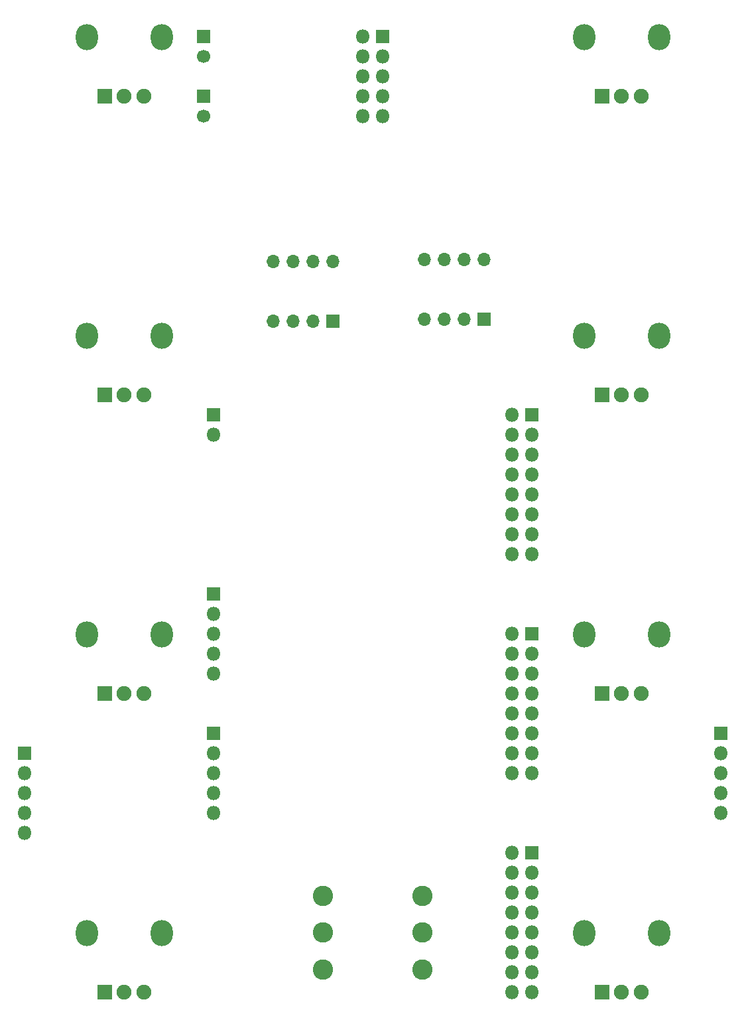
<source format=gbr>
G04 #@! TF.GenerationSoftware,KiCad,Pcbnew,5.1.6-c6e7f7d~86~ubuntu18.04.1*
G04 #@! TF.CreationDate,2020-06-21T16:53:52-04:00*
G04 #@! TF.ProjectId,dual_ADSR,6475616c-5f41-4445-9352-2e6b69636164,rev?*
G04 #@! TF.SameCoordinates,Original*
G04 #@! TF.FileFunction,Soldermask,Top*
G04 #@! TF.FilePolarity,Negative*
%FSLAX46Y46*%
G04 Gerber Fmt 4.6, Leading zero omitted, Abs format (unit mm)*
G04 Created by KiCad (PCBNEW 5.1.6-c6e7f7d~86~ubuntu18.04.1) date 2020-06-21 16:53:52*
%MOMM*%
%LPD*%
G01*
G04 APERTURE LIST*
%ADD10O,1.700000X1.700000*%
%ADD11R,1.700000X1.700000*%
%ADD12O,1.800000X1.800000*%
%ADD13R,1.800000X1.800000*%
%ADD14C,2.600000*%
%ADD15O,2.820000X3.340000*%
%ADD16C,1.900000*%
%ADD17R,1.900000X1.900000*%
%ADD18C,1.700000*%
G04 APERTURE END LIST*
D10*
X139954000Y-61468000D03*
X132334000Y-69088000D03*
X137414000Y-61468000D03*
X134874000Y-69088000D03*
X134874000Y-61468000D03*
X137414000Y-69088000D03*
X132334000Y-61468000D03*
D11*
X139954000Y-69088000D03*
D10*
X120650000Y-61722000D03*
X113030000Y-69342000D03*
X118110000Y-61722000D03*
X115570000Y-69342000D03*
X115570000Y-61722000D03*
X118110000Y-69342000D03*
X113030000Y-61722000D03*
D11*
X120650000Y-69342000D03*
D12*
X143510000Y-154940000D03*
X146050000Y-154940000D03*
X143510000Y-152400000D03*
X146050000Y-152400000D03*
X143510000Y-149860000D03*
X146050000Y-149860000D03*
X143510000Y-147320000D03*
X146050000Y-147320000D03*
X143510000Y-144780000D03*
X146050000Y-144780000D03*
X143510000Y-142240000D03*
X146050000Y-142240000D03*
X143510000Y-139700000D03*
X146050000Y-139700000D03*
X143510000Y-137160000D03*
D13*
X146050000Y-137160000D03*
D12*
X143510000Y-127000000D03*
X146050000Y-127000000D03*
X143510000Y-124460000D03*
X146050000Y-124460000D03*
X143510000Y-121920000D03*
X146050000Y-121920000D03*
X143510000Y-119380000D03*
X146050000Y-119380000D03*
X143510000Y-116840000D03*
X146050000Y-116840000D03*
X143510000Y-114300000D03*
X146050000Y-114300000D03*
X143510000Y-111760000D03*
X146050000Y-111760000D03*
X143510000Y-109220000D03*
D13*
X146050000Y-109220000D03*
D12*
X143510000Y-99060000D03*
X146050000Y-99060000D03*
X143510000Y-96520000D03*
X146050000Y-96520000D03*
X143510000Y-93980000D03*
X146050000Y-93980000D03*
X143510000Y-91440000D03*
X146050000Y-91440000D03*
X143510000Y-88900000D03*
X146050000Y-88900000D03*
X143510000Y-86360000D03*
X146050000Y-86360000D03*
X143510000Y-83820000D03*
X146050000Y-83820000D03*
X143510000Y-81280000D03*
D13*
X146050000Y-81280000D03*
D14*
X119380000Y-152020000D03*
X119380000Y-147320000D03*
X119380000Y-142620000D03*
X132080000Y-152020000D03*
X132080000Y-147320000D03*
X132080000Y-142620000D03*
D15*
X152680000Y-147440000D03*
X162280000Y-147440000D03*
D16*
X159980000Y-154940000D03*
X157480000Y-154940000D03*
D17*
X154980000Y-154940000D03*
D15*
X152680000Y-109340000D03*
X162280000Y-109340000D03*
D16*
X159980000Y-116840000D03*
X157480000Y-116840000D03*
D17*
X154980000Y-116840000D03*
D15*
X152680000Y-71240000D03*
X162280000Y-71240000D03*
D16*
X159980000Y-78740000D03*
X157480000Y-78740000D03*
D17*
X154980000Y-78740000D03*
D15*
X152680000Y-33140000D03*
X162280000Y-33140000D03*
D16*
X159980000Y-40640000D03*
X157480000Y-40640000D03*
D17*
X154980000Y-40640000D03*
D15*
X89180000Y-147440000D03*
X98780000Y-147440000D03*
D16*
X96480000Y-154940000D03*
X93980000Y-154940000D03*
D17*
X91480000Y-154940000D03*
D15*
X89180000Y-109340000D03*
X98780000Y-109340000D03*
D16*
X96480000Y-116840000D03*
X93980000Y-116840000D03*
D17*
X91480000Y-116840000D03*
D15*
X89180000Y-71240000D03*
X98780000Y-71240000D03*
D16*
X96480000Y-78740000D03*
X93980000Y-78740000D03*
D17*
X91480000Y-78740000D03*
D15*
X89180000Y-33140000D03*
X98780000Y-33140000D03*
D16*
X96480000Y-40640000D03*
X93980000Y-40640000D03*
D17*
X91480000Y-40640000D03*
D12*
X105410000Y-132080000D03*
X105410000Y-129540000D03*
X105410000Y-127000000D03*
X105410000Y-124460000D03*
D13*
X105410000Y-121920000D03*
D12*
X105410000Y-114300000D03*
X105410000Y-111760000D03*
X105410000Y-109220000D03*
X105410000Y-106680000D03*
D13*
X105410000Y-104140000D03*
D12*
X105410000Y-83820000D03*
D13*
X105410000Y-81280000D03*
D12*
X170180000Y-132080000D03*
X170180000Y-129540000D03*
X170180000Y-127000000D03*
X170180000Y-124460000D03*
D13*
X170180000Y-121920000D03*
D12*
X124460000Y-43180000D03*
X127000000Y-43180000D03*
X124460000Y-40640000D03*
X127000000Y-40640000D03*
X124460000Y-38100000D03*
X127000000Y-38100000D03*
X124460000Y-35560000D03*
X127000000Y-35560000D03*
X124460000Y-33020000D03*
D13*
X127000000Y-33020000D03*
D12*
X81280000Y-134620000D03*
X81280000Y-132080000D03*
X81280000Y-129540000D03*
X81280000Y-127000000D03*
D13*
X81280000Y-124460000D03*
D18*
X104140000Y-43140000D03*
D11*
X104140000Y-40640000D03*
D18*
X104140000Y-35520000D03*
D11*
X104140000Y-33020000D03*
M02*

</source>
